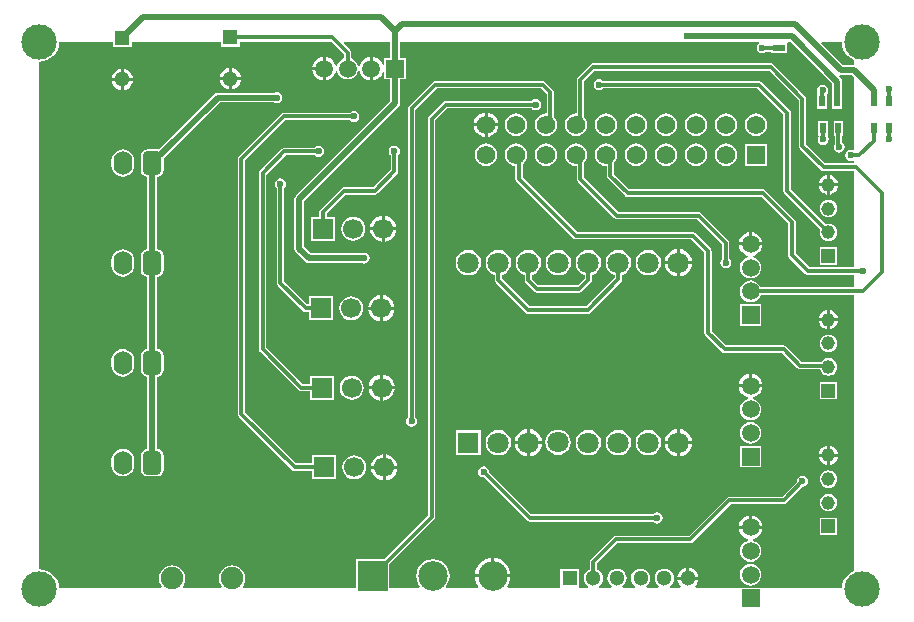
<source format=gbl>
G04*
G04 #@! TF.GenerationSoftware,Altium Limited,Altium Designer,20.1.8 (145)*
G04*
G04 Layer_Physical_Order=2*
G04 Layer_Color=16711680*
%FSLAX25Y25*%
%MOIN*%
G70*
G04*
G04 #@! TF.SameCoordinates,2B98FD46-9CAB-426A-9CBD-916E77886E0C*
G04*
G04*
G04 #@! TF.FilePolarity,Positive*
G04*
G01*
G75*
%ADD20R,0.01968X0.03740*%
%ADD43C,0.06181*%
%ADD44R,0.06181X0.06181*%
%ADD51C,0.05118*%
%ADD52R,0.05118X0.05118*%
%ADD53R,0.05118X0.05118*%
%ADD54C,0.01968*%
%ADD55C,0.01181*%
%ADD56C,0.07087*%
%ADD57R,0.07087X0.07087*%
%ADD58R,0.04528X0.04528*%
%ADD59C,0.04528*%
%ADD60C,0.11811*%
%ADD61C,0.05906*%
%ADD62R,0.05906X0.05906*%
%ADD63R,0.09843X0.09843*%
%ADD64C,0.09843*%
%ADD65R,0.06693X0.06693*%
%ADD66C,0.06693*%
G04:AMPARAMS|DCode=67|XSize=78.74mil|YSize=62.99mil|CornerRadius=15.75mil|HoleSize=0mil|Usage=FLASHONLY|Rotation=270.000|XOffset=0mil|YOffset=0mil|HoleType=Round|Shape=RoundedRectangle|*
%AMROUNDEDRECTD67*
21,1,0.07874,0.03150,0,0,270.0*
21,1,0.04724,0.06299,0,0,270.0*
1,1,0.03150,-0.01575,-0.02362*
1,1,0.03150,-0.01575,0.02362*
1,1,0.03150,0.01575,0.02362*
1,1,0.03150,0.01575,-0.02362*
%
%ADD67ROUNDEDRECTD67*%
%ADD68O,0.06299X0.07874*%
%ADD69R,0.05906X0.05906*%
%ADD70C,0.07480*%
%ADD71C,0.02362*%
%ADD72R,0.03937X0.01968*%
G36*
X277685Y181799D02*
Y175984D01*
X277716Y175825D01*
Y173484D01*
X280945D01*
Y175825D01*
X280977Y175984D01*
Y182480D01*
X280851Y183110D01*
X280494Y183644D01*
X279868Y184271D01*
X279965Y184468D01*
X280162Y184683D01*
X280709Y184575D01*
X284358D01*
X285039Y183893D01*
Y159837D01*
X284627Y159581D01*
X284539Y159585D01*
X283858Y159721D01*
X283152Y159580D01*
X282553Y159180D01*
X282152Y158581D01*
X282012Y157874D01*
X282152Y157167D01*
X282553Y156568D01*
X283152Y156168D01*
X283858Y156027D01*
X284539Y156163D01*
X284627Y156167D01*
X285039Y155911D01*
Y155181D01*
X275319D01*
X268961Y161539D01*
Y176772D01*
X268866Y177248D01*
X268597Y177652D01*
X257966Y188282D01*
X257563Y188551D01*
X257087Y188646D01*
X198031D01*
X197555Y188551D01*
X197152Y188282D01*
X192781Y183911D01*
X192512Y183508D01*
X192417Y183031D01*
Y171980D01*
X192283Y171863D01*
X191312Y171735D01*
X190407Y171360D01*
X189630Y170764D01*
X189034Y169986D01*
X188659Y169081D01*
X188531Y168110D01*
X188659Y167139D01*
X189034Y166234D01*
X189630Y165457D01*
X190407Y164860D01*
X191312Y164486D01*
X192283Y164358D01*
X193255Y164486D01*
X194160Y164860D01*
X194937Y165457D01*
X195533Y166234D01*
X195908Y167139D01*
X196036Y168110D01*
X195908Y169081D01*
X195533Y169986D01*
X194937Y170764D01*
X194906Y170788D01*
Y182516D01*
X198547Y186157D01*
X256571D01*
X266472Y176256D01*
Y161024D01*
X266567Y160547D01*
X266837Y160144D01*
X273923Y153057D01*
X274327Y152787D01*
X274803Y152693D01*
X284918D01*
X285039Y152571D01*
Y120536D01*
X270105D01*
X265418Y125223D01*
Y135827D01*
X265323Y136303D01*
X265053Y136707D01*
X255604Y146156D01*
X255201Y146425D01*
X254724Y146520D01*
X209964D01*
X204906Y151578D01*
Y155433D01*
X204937Y155457D01*
X205533Y156234D01*
X205908Y157139D01*
X206036Y158110D01*
X205908Y159081D01*
X205533Y159986D01*
X204937Y160764D01*
X204160Y161360D01*
X203255Y161735D01*
X202284Y161863D01*
X201312Y161735D01*
X200407Y161360D01*
X199630Y160764D01*
X199034Y159986D01*
X198659Y159081D01*
X198531Y158110D01*
X198659Y157139D01*
X199034Y156234D01*
X199630Y155457D01*
X200407Y154860D01*
X201312Y154485D01*
X202283Y154358D01*
X202417Y154241D01*
Y151063D01*
X202512Y150587D01*
X202782Y150183D01*
X208569Y144396D01*
X208973Y144126D01*
X209449Y144031D01*
X254209D01*
X262929Y135311D01*
Y124708D01*
X263024Y124231D01*
X263293Y123828D01*
X268710Y118411D01*
X269113Y118142D01*
X269589Y118047D01*
X285039D01*
Y113843D01*
X253756D01*
X253523Y114405D01*
X252949Y115154D01*
X252201Y115728D01*
X251329Y116089D01*
X250394Y116212D01*
X249458Y116089D01*
X248587Y115728D01*
X247838Y115154D01*
X247264Y114405D01*
X246903Y113534D01*
X246780Y112598D01*
X246903Y111663D01*
X247264Y110792D01*
X247838Y110043D01*
X248587Y109469D01*
X249458Y109108D01*
X250394Y108985D01*
X251329Y109108D01*
X252201Y109469D01*
X252949Y110043D01*
X253523Y110792D01*
X253756Y111354D01*
X285039D01*
Y19499D01*
X284889Y19453D01*
X283753Y18846D01*
X282758Y18030D01*
X281941Y17034D01*
X281334Y15899D01*
X280961Y14667D01*
X280873Y13780D01*
X253976D01*
Y13819D01*
X246811D01*
Y13780D01*
X232091D01*
X231921Y14280D01*
X232066Y14391D01*
X232636Y15134D01*
X232995Y16000D01*
X233051Y16429D01*
X229528D01*
X226004D01*
X226060Y16000D01*
X226419Y15134D01*
X226989Y14391D01*
X227134Y14280D01*
X226964Y13780D01*
X223609D01*
X223439Y14280D01*
X223928Y14655D01*
X224439Y15321D01*
X224760Y16097D01*
X224870Y16929D01*
X224760Y17762D01*
X224439Y18537D01*
X223928Y19204D01*
X223262Y19715D01*
X222486Y20036D01*
X221654Y20146D01*
X220821Y20036D01*
X220045Y19715D01*
X219379Y19204D01*
X218868Y18537D01*
X218547Y17762D01*
X218437Y16929D01*
X218547Y16097D01*
X218868Y15321D01*
X219379Y14655D01*
X219868Y14280D01*
X219698Y13780D01*
X215735D01*
X215565Y14280D01*
X216054Y14655D01*
X216565Y15321D01*
X216886Y16097D01*
X216996Y16929D01*
X216886Y17762D01*
X216565Y18537D01*
X216054Y19204D01*
X215388Y19715D01*
X214612Y20036D01*
X213779Y20146D01*
X212947Y20036D01*
X212171Y19715D01*
X211505Y19204D01*
X210994Y18537D01*
X210673Y17762D01*
X210563Y16929D01*
X210673Y16097D01*
X210994Y15321D01*
X211505Y14655D01*
X211994Y14280D01*
X211824Y13780D01*
X207861D01*
X207691Y14280D01*
X208180Y14655D01*
X208691Y15321D01*
X209012Y16097D01*
X209122Y16929D01*
X209012Y17762D01*
X208691Y18537D01*
X208180Y19204D01*
X207514Y19715D01*
X206738Y20036D01*
X205906Y20146D01*
X205073Y20036D01*
X204297Y19715D01*
X203631Y19204D01*
X203120Y18537D01*
X202799Y17762D01*
X202689Y16929D01*
X202799Y16097D01*
X203120Y15321D01*
X203631Y14655D01*
X204120Y14280D01*
X203950Y13780D01*
X199987D01*
X199817Y14280D01*
X200306Y14655D01*
X200817Y15321D01*
X201138Y16097D01*
X201248Y16929D01*
X201138Y17762D01*
X200817Y18537D01*
X200306Y19204D01*
X199640Y19715D01*
X199276Y19865D01*
Y21926D01*
X206027Y28677D01*
X230315D01*
X230791Y28772D01*
X231195Y29041D01*
X243823Y41669D01*
X261417D01*
X261894Y41764D01*
X262297Y42033D01*
X267644Y47381D01*
X267717Y47366D01*
X268423Y47507D01*
X269022Y47907D01*
X269423Y48506D01*
X269563Y49213D01*
X269423Y49919D01*
X269022Y50518D01*
X268423Y50919D01*
X267717Y51059D01*
X267010Y50919D01*
X266411Y50518D01*
X266011Y49919D01*
X265870Y49213D01*
X265884Y49140D01*
X260902Y44158D01*
X243307D01*
X242831Y44063D01*
X242427Y43793D01*
X229800Y31166D01*
X205512D01*
X205036Y31071D01*
X204632Y30801D01*
X197152Y23321D01*
X196882Y22917D01*
X196787Y22441D01*
Y19865D01*
X196423Y19715D01*
X195757Y19204D01*
X195246Y18537D01*
X194925Y17762D01*
X194815Y16929D01*
X194925Y16097D01*
X195246Y15321D01*
X195757Y14655D01*
X196246Y14280D01*
X196076Y13780D01*
X193347D01*
Y20118D01*
X186969D01*
Y13780D01*
X169502D01*
X169288Y14232D01*
X169435Y14411D01*
X169985Y15440D01*
X170324Y16556D01*
X170389Y17217D01*
X164488D01*
X158588D01*
X158653Y16556D01*
X158991Y15440D01*
X159541Y14411D01*
X159688Y14232D01*
X159475Y13780D01*
X149030D01*
X148808Y14228D01*
X149337Y14917D01*
X149897Y16267D01*
X150087Y17717D01*
X149897Y19166D01*
X149337Y20516D01*
X148447Y21676D01*
X147288Y22566D01*
X145937Y23125D01*
X144488Y23316D01*
X143039Y23125D01*
X141689Y22566D01*
X140529Y21676D01*
X139639Y20516D01*
X139080Y19166D01*
X138889Y17717D01*
X139080Y16267D01*
X139639Y14917D01*
X140168Y14228D01*
X139947Y13780D01*
X130039D01*
Y21508D01*
X144974Y36443D01*
X145244Y36847D01*
X145339Y37323D01*
Y169563D01*
X149334Y173559D01*
X177393D01*
X177435Y173497D01*
X178033Y173097D01*
X178740Y172957D01*
X179447Y173097D01*
X180046Y173497D01*
X180446Y174097D01*
X180587Y174803D01*
X180446Y175510D01*
X180046Y176109D01*
X179447Y176509D01*
X178740Y176650D01*
X178033Y176509D01*
X177435Y176109D01*
X177393Y176048D01*
X148819D01*
X148343Y175953D01*
X147939Y175683D01*
X143215Y170959D01*
X142945Y170555D01*
X142850Y170079D01*
Y37838D01*
X128279Y23268D01*
X118937D01*
Y13780D01*
X81291D01*
X81070Y14228D01*
X81400Y14658D01*
X81840Y15721D01*
X81990Y16862D01*
X81840Y18003D01*
X81400Y19066D01*
X80699Y19979D01*
X79787Y20679D01*
X78724Y21120D01*
X77583Y21270D01*
X76442Y21120D01*
X75379Y20679D01*
X74466Y19979D01*
X73765Y19066D01*
X73325Y18003D01*
X73175Y16862D01*
X73325Y15721D01*
X73765Y14658D01*
X74096Y14228D01*
X73874Y13780D01*
X61291D01*
X61070Y14228D01*
X61400Y14658D01*
X61840Y15721D01*
X61990Y16862D01*
X61840Y18003D01*
X61400Y19066D01*
X60699Y19979D01*
X59787Y20679D01*
X58723Y21120D01*
X57583Y21270D01*
X56442Y21120D01*
X55379Y20679D01*
X54466Y19979D01*
X53765Y19066D01*
X53325Y18003D01*
X53175Y16862D01*
X53325Y15721D01*
X53765Y14658D01*
X54096Y14228D01*
X53874Y13780D01*
X19914D01*
X19827Y14667D01*
X19453Y15899D01*
X18846Y17034D01*
X18029Y18030D01*
X17034Y18846D01*
X15899Y19453D01*
X14667Y19827D01*
X13386Y19953D01*
Y189102D01*
X14667Y189228D01*
X15899Y189602D01*
X17034Y190209D01*
X18029Y191026D01*
X18846Y192021D01*
X19453Y193156D01*
X19827Y194388D01*
X19953Y195669D01*
X37756D01*
Y193858D01*
X44134D01*
Y195669D01*
X73796D01*
Y194072D01*
X80174D01*
Y195669D01*
X110839D01*
X114897Y191611D01*
Y190173D01*
X114335Y189941D01*
X113586Y189366D01*
X113012Y188618D01*
X112651Y187746D01*
X112644Y187687D01*
X112139D01*
X112119Y187843D01*
X111720Y188804D01*
X111087Y189630D01*
X110261Y190264D01*
X109300Y190662D01*
X108768Y190732D01*
Y186811D01*
Y182890D01*
X109300Y182960D01*
X110261Y183358D01*
X111087Y183992D01*
X111720Y184818D01*
X112119Y185779D01*
X112139Y185935D01*
X112644D01*
X112651Y185876D01*
X113012Y185004D01*
X113586Y184256D01*
X114335Y183682D01*
X115207Y183321D01*
X116142Y183197D01*
X117077Y183321D01*
X117948Y183682D01*
X118697Y184256D01*
X119271Y185004D01*
X119632Y185876D01*
X119640Y185935D01*
X120144D01*
X120165Y185779D01*
X120563Y184818D01*
X121197Y183992D01*
X122022Y183358D01*
X122984Y182960D01*
X123516Y182890D01*
Y186811D01*
Y190732D01*
X122984Y190662D01*
X122022Y190264D01*
X121197Y189630D01*
X120563Y188804D01*
X120165Y187843D01*
X120144Y187687D01*
X119640D01*
X119632Y187746D01*
X119271Y188618D01*
X118697Y189366D01*
X117948Y189941D01*
X117386Y190173D01*
Y192126D01*
X117291Y192602D01*
X117022Y193006D01*
X114820Y195207D01*
X115012Y195669D01*
X130244D01*
Y190394D01*
X128307D01*
Y188086D01*
X127807Y187987D01*
X127469Y188804D01*
X126835Y189630D01*
X126009Y190264D01*
X125048Y190662D01*
X124516Y190732D01*
Y186811D01*
Y182890D01*
X125048Y182960D01*
X126009Y183358D01*
X126835Y183992D01*
X127469Y184818D01*
X127807Y185635D01*
X128307Y185536D01*
Y183228D01*
X130244D01*
Y175879D01*
X98836Y144471D01*
X98479Y143937D01*
X98354Y143307D01*
Y126772D01*
X98479Y126142D01*
X98836Y125608D01*
X101986Y122458D01*
X102520Y122101D01*
X103150Y121976D01*
X120857D01*
X120947Y121916D01*
X121653Y121775D01*
X122360Y121916D01*
X122959Y122316D01*
X123360Y122915D01*
X123500Y123622D01*
X123360Y124329D01*
X122959Y124928D01*
X122360Y125328D01*
X121653Y125469D01*
X120947Y125328D01*
X120857Y125268D01*
X103831D01*
X101646Y127453D01*
Y142625D01*
X133054Y174033D01*
X133410Y174567D01*
X133536Y175197D01*
Y183228D01*
X135472D01*
Y190394D01*
X133536D01*
Y195669D01*
X253117D01*
X253269Y195169D01*
X253025Y195007D01*
X252625Y194407D01*
X252484Y193701D01*
X252625Y192994D01*
X253025Y192395D01*
X253624Y191995D01*
X254331Y191854D01*
X255037Y191995D01*
X255636Y192395D01*
X255677Y192456D01*
X257244D01*
Y192087D01*
X262441D01*
Y195169D01*
X262441Y195315D01*
X262792Y195669D01*
X263814D01*
X277685Y181799D01*
D02*
G37*
G36*
X280961Y194388D02*
X281334Y193156D01*
X281941Y192021D01*
X282758Y191026D01*
X283753Y190209D01*
X284889Y189602D01*
X285039Y189556D01*
Y187866D01*
X281390D01*
X274049Y195207D01*
X274241Y195669D01*
X280835D01*
X280961Y194388D01*
D02*
G37*
%LPC*%
G36*
X107768Y190732D02*
X107236Y190662D01*
X106274Y190264D01*
X105449Y189630D01*
X104815Y188804D01*
X104417Y187843D01*
X104347Y187311D01*
X107768D01*
Y190732D01*
D02*
G37*
G36*
X77485Y187005D02*
Y183981D01*
X80509D01*
X80453Y184410D01*
X80094Y185276D01*
X79524Y186020D01*
X78780Y186590D01*
X77914Y186949D01*
X77485Y187005D01*
D02*
G37*
G36*
X76485D02*
X76056Y186949D01*
X75190Y186590D01*
X74447Y186020D01*
X73876Y185276D01*
X73518Y184410D01*
X73461Y183981D01*
X76485D01*
Y187005D01*
D02*
G37*
G36*
X41445Y186792D02*
Y183768D01*
X44469D01*
X44412Y184197D01*
X44054Y185063D01*
X43483Y185806D01*
X42740Y186377D01*
X41874Y186735D01*
X41445Y186792D01*
D02*
G37*
G36*
X40445D02*
X40016Y186735D01*
X39150Y186377D01*
X38407Y185806D01*
X37836Y185063D01*
X37477Y184197D01*
X37421Y183768D01*
X40445D01*
Y186792D01*
D02*
G37*
G36*
X107768Y186311D02*
X104347D01*
X104417Y185779D01*
X104815Y184818D01*
X105449Y183992D01*
X106274Y183358D01*
X107236Y182960D01*
X107768Y182890D01*
Y186311D01*
D02*
G37*
G36*
X76485Y182981D02*
X73461D01*
X73518Y182552D01*
X73876Y181686D01*
X74447Y180943D01*
X75190Y180373D01*
X76056Y180014D01*
X76485Y179957D01*
Y182981D01*
D02*
G37*
G36*
X80509D02*
X77485D01*
Y179957D01*
X77914Y180014D01*
X78780Y180373D01*
X79524Y180943D01*
X80094Y181686D01*
X80453Y182552D01*
X80509Y182981D01*
D02*
G37*
G36*
X44469Y182768D02*
X41445D01*
Y179744D01*
X41874Y179800D01*
X42740Y180159D01*
X43483Y180729D01*
X44054Y181473D01*
X44412Y182339D01*
X44469Y182768D01*
D02*
G37*
G36*
X40445D02*
X37421D01*
X37477Y182339D01*
X37836Y181473D01*
X38407Y180729D01*
X39150Y180159D01*
X40016Y179800D01*
X40445Y179744D01*
Y182768D01*
D02*
G37*
G36*
X92520Y179012D02*
X91813Y178871D01*
X91723Y178811D01*
X72835D01*
X72205Y178686D01*
X71671Y178329D01*
X53149Y159808D01*
X52559Y159925D01*
X49409D01*
X48549Y159754D01*
X47820Y159267D01*
X47333Y158537D01*
X47161Y157677D01*
Y152953D01*
X47333Y152093D01*
X47820Y151363D01*
X48549Y150876D01*
X49338Y150719D01*
Y126627D01*
X48549Y126470D01*
X47820Y125982D01*
X47333Y125253D01*
X47161Y124393D01*
Y119668D01*
X47333Y118808D01*
X47820Y118079D01*
X48549Y117592D01*
X49338Y117435D01*
Y93342D01*
X48549Y93185D01*
X47820Y92698D01*
X47333Y91969D01*
X47161Y91108D01*
Y86384D01*
X47333Y85524D01*
X47820Y84794D01*
X48549Y84307D01*
X49338Y84150D01*
Y60058D01*
X48549Y59901D01*
X47820Y59413D01*
X47333Y58684D01*
X47161Y57824D01*
Y53099D01*
X47333Y52239D01*
X47820Y51510D01*
X48549Y51023D01*
X49409Y50852D01*
X52559D01*
X53419Y51023D01*
X54149Y51510D01*
X54636Y52239D01*
X54807Y53099D01*
Y57824D01*
X54636Y58684D01*
X54149Y59413D01*
X53419Y59901D01*
X52630Y60058D01*
Y84150D01*
X53419Y84307D01*
X54149Y84794D01*
X54636Y85524D01*
X54807Y86384D01*
Y91108D01*
X54636Y91969D01*
X54149Y92698D01*
X53419Y93185D01*
X52630Y93342D01*
Y117435D01*
X53419Y117592D01*
X54149Y118079D01*
X54636Y118808D01*
X54807Y119668D01*
Y124393D01*
X54636Y125253D01*
X54149Y125982D01*
X53419Y126470D01*
X52630Y126627D01*
Y150719D01*
X53419Y150876D01*
X54149Y151363D01*
X54636Y152093D01*
X54807Y152953D01*
Y156837D01*
X54887Y156890D01*
X73516Y175520D01*
X91723D01*
X91813Y175459D01*
X92520Y175319D01*
X93226Y175459D01*
X93825Y175860D01*
X94226Y176459D01*
X94366Y177165D01*
X94226Y177872D01*
X93825Y178471D01*
X93226Y178871D01*
X92520Y179012D01*
D02*
G37*
G36*
X274410Y181374D02*
X273703Y181234D01*
X273104Y180833D01*
X272704Y180234D01*
X272563Y179528D01*
X272671Y178984D01*
X272598Y178484D01*
X272598D01*
X272598Y178484D01*
Y173484D01*
X275827D01*
Y178389D01*
X276115Y178821D01*
X276256Y179528D01*
X276115Y180234D01*
X275715Y180833D01*
X275116Y181234D01*
X274410Y181374D01*
D02*
G37*
G36*
X118110Y172713D02*
X117404Y172572D01*
X116805Y172172D01*
X116764Y172110D01*
X94882D01*
X94406Y172016D01*
X94002Y171746D01*
X79829Y157573D01*
X79559Y157169D01*
X79464Y156693D01*
Y71653D01*
X79559Y71177D01*
X79829Y70774D01*
X97545Y53057D01*
X97949Y52787D01*
X98425Y52693D01*
X104291D01*
Y49961D01*
X112244D01*
Y57913D01*
X104291D01*
Y55181D01*
X98941D01*
X81953Y72169D01*
Y156177D01*
X95397Y169622D01*
X116764D01*
X116805Y169561D01*
X117404Y169160D01*
X118110Y169020D01*
X118817Y169160D01*
X119416Y169561D01*
X119816Y170159D01*
X119957Y170866D01*
X119816Y171573D01*
X119416Y172172D01*
X118817Y172572D01*
X118110Y172713D01*
D02*
G37*
G36*
X162784Y172170D02*
Y168610D01*
X166343D01*
X166269Y169178D01*
X165857Y170173D01*
X165201Y171028D01*
X164346Y171683D01*
X163351Y172096D01*
X162784Y172170D01*
D02*
G37*
G36*
X161784D02*
X161216Y172096D01*
X160221Y171683D01*
X159366Y171028D01*
X158710Y170173D01*
X158298Y169178D01*
X158223Y168610D01*
X161784D01*
Y172170D01*
D02*
G37*
G36*
X276220Y169429D02*
X272992D01*
Y164429D01*
X272992D01*
X273110Y164209D01*
X272900Y163896D01*
X272760Y163189D01*
X272900Y162482D01*
X273301Y161883D01*
X273900Y161483D01*
X274606Y161343D01*
X275313Y161483D01*
X275912Y161883D01*
X276312Y162482D01*
X276453Y163189D01*
X276312Y163896D01*
X276103Y164209D01*
X276220Y164429D01*
X276220D01*
Y169429D01*
D02*
G37*
G36*
X252284Y171863D02*
X251312Y171735D01*
X250407Y171360D01*
X249630Y170764D01*
X249034Y169986D01*
X248659Y169081D01*
X248531Y168110D01*
X248659Y167139D01*
X249034Y166234D01*
X249630Y165457D01*
X250407Y164860D01*
X251312Y164486D01*
X252284Y164358D01*
X253255Y164486D01*
X254160Y164860D01*
X254937Y165457D01*
X255533Y166234D01*
X255908Y167139D01*
X256036Y168110D01*
X255908Y169081D01*
X255533Y169986D01*
X254937Y170764D01*
X254160Y171360D01*
X253255Y171735D01*
X252284Y171863D01*
D02*
G37*
G36*
X242284D02*
X241312Y171735D01*
X240407Y171360D01*
X239630Y170764D01*
X239034Y169986D01*
X238659Y169081D01*
X238531Y168110D01*
X238659Y167139D01*
X239034Y166234D01*
X239630Y165457D01*
X240407Y164860D01*
X241312Y164486D01*
X242284Y164358D01*
X243255Y164486D01*
X244160Y164860D01*
X244937Y165457D01*
X245533Y166234D01*
X245908Y167139D01*
X246036Y168110D01*
X245908Y169081D01*
X245533Y169986D01*
X244937Y170764D01*
X244160Y171360D01*
X243255Y171735D01*
X242284Y171863D01*
D02*
G37*
G36*
X232283D02*
X231312Y171735D01*
X230407Y171360D01*
X229630Y170764D01*
X229034Y169986D01*
X228659Y169081D01*
X228531Y168110D01*
X228659Y167139D01*
X229034Y166234D01*
X229630Y165457D01*
X230407Y164860D01*
X231312Y164486D01*
X232283Y164358D01*
X233255Y164486D01*
X234160Y164860D01*
X234937Y165457D01*
X235533Y166234D01*
X235908Y167139D01*
X236036Y168110D01*
X235908Y169081D01*
X235533Y169986D01*
X234937Y170764D01*
X234160Y171360D01*
X233255Y171735D01*
X232283Y171863D01*
D02*
G37*
G36*
X222284D02*
X221312Y171735D01*
X220407Y171360D01*
X219630Y170764D01*
X219034Y169986D01*
X218659Y169081D01*
X218531Y168110D01*
X218659Y167139D01*
X219034Y166234D01*
X219630Y165457D01*
X220407Y164860D01*
X221312Y164486D01*
X222284Y164358D01*
X223255Y164486D01*
X224160Y164860D01*
X224937Y165457D01*
X225533Y166234D01*
X225908Y167139D01*
X226036Y168110D01*
X225908Y169081D01*
X225533Y169986D01*
X224937Y170764D01*
X224160Y171360D01*
X223255Y171735D01*
X222284Y171863D01*
D02*
G37*
G36*
X212283D02*
X211312Y171735D01*
X210407Y171360D01*
X209630Y170764D01*
X209034Y169986D01*
X208659Y169081D01*
X208531Y168110D01*
X208659Y167139D01*
X209034Y166234D01*
X209630Y165457D01*
X210407Y164860D01*
X211312Y164486D01*
X212283Y164358D01*
X213255Y164486D01*
X214160Y164860D01*
X214937Y165457D01*
X215533Y166234D01*
X215908Y167139D01*
X216036Y168110D01*
X215908Y169081D01*
X215533Y169986D01*
X214937Y170764D01*
X214160Y171360D01*
X213255Y171735D01*
X212283Y171863D01*
D02*
G37*
G36*
X202284D02*
X201312Y171735D01*
X200407Y171360D01*
X199630Y170764D01*
X199034Y169986D01*
X198659Y169081D01*
X198531Y168110D01*
X198659Y167139D01*
X199034Y166234D01*
X199630Y165457D01*
X200407Y164860D01*
X201312Y164486D01*
X202284Y164358D01*
X203255Y164486D01*
X204160Y164860D01*
X204937Y165457D01*
X205533Y166234D01*
X205908Y167139D01*
X206036Y168110D01*
X205908Y169081D01*
X205533Y169986D01*
X204937Y170764D01*
X204160Y171360D01*
X203255Y171735D01*
X202284Y171863D01*
D02*
G37*
G36*
X181102Y182740D02*
X145276D01*
X144799Y182646D01*
X144396Y182376D01*
X136522Y174502D01*
X136252Y174098D01*
X136157Y173622D01*
Y70638D01*
X136096Y70597D01*
X135696Y69998D01*
X135555Y69291D01*
X135696Y68585D01*
X136096Y67986D01*
X136695Y67585D01*
X137402Y67445D01*
X138108Y67585D01*
X138707Y67986D01*
X139108Y68585D01*
X139248Y69291D01*
X139108Y69998D01*
X138707Y70597D01*
X138646Y70638D01*
Y173107D01*
X145791Y180252D01*
X180587D01*
X182417Y178422D01*
Y171980D01*
X182283Y171863D01*
X181312Y171735D01*
X180407Y171360D01*
X179630Y170764D01*
X179034Y169986D01*
X178659Y169081D01*
X178531Y168110D01*
X178659Y167139D01*
X179034Y166234D01*
X179630Y165457D01*
X180407Y164860D01*
X181312Y164486D01*
X182283Y164358D01*
X183255Y164486D01*
X184160Y164860D01*
X184937Y165457D01*
X185533Y166234D01*
X185908Y167139D01*
X186036Y168110D01*
X185908Y169081D01*
X185533Y169986D01*
X184937Y170764D01*
X184906Y170788D01*
Y178937D01*
X184811Y179413D01*
X184541Y179817D01*
X181982Y182376D01*
X181579Y182646D01*
X181102Y182740D01*
D02*
G37*
G36*
X172283Y171863D02*
X171312Y171735D01*
X170407Y171360D01*
X169630Y170764D01*
X169034Y169986D01*
X168659Y169081D01*
X168531Y168110D01*
X168659Y167139D01*
X169034Y166234D01*
X169630Y165457D01*
X170407Y164860D01*
X171312Y164486D01*
X172283Y164358D01*
X173255Y164486D01*
X174160Y164860D01*
X174937Y165457D01*
X175533Y166234D01*
X175908Y167139D01*
X176036Y168110D01*
X175908Y169081D01*
X175533Y169986D01*
X174937Y170764D01*
X174160Y171360D01*
X173255Y171735D01*
X172283Y171863D01*
D02*
G37*
G36*
X166343Y167610D02*
X162784D01*
Y164050D01*
X163351Y164125D01*
X164346Y164537D01*
X165201Y165193D01*
X165857Y166047D01*
X166269Y167042D01*
X166343Y167610D01*
D02*
G37*
G36*
X161784D02*
X158223D01*
X158298Y167042D01*
X158710Y166047D01*
X159366Y165193D01*
X160221Y164537D01*
X161216Y164125D01*
X161784Y164050D01*
Y167610D01*
D02*
G37*
G36*
X281339Y169429D02*
X278110D01*
Y164429D01*
X278480D01*
Y161733D01*
X278215Y161337D01*
X278075Y160630D01*
X278215Y159923D01*
X278616Y159324D01*
X279215Y158924D01*
X279921Y158783D01*
X280628Y158924D01*
X281227Y159324D01*
X281627Y159923D01*
X281768Y160630D01*
X281627Y161337D01*
X281227Y161936D01*
X280969Y162108D01*
Y164429D01*
X281339D01*
Y169429D01*
D02*
G37*
G36*
X106410Y161056D02*
X105703Y160915D01*
X105104Y160515D01*
X105063Y160453D01*
X95036D01*
X94560Y160359D01*
X94156Y160089D01*
X86915Y152848D01*
X86646Y152445D01*
X86551Y151969D01*
Y93307D01*
X86646Y92831D01*
X86915Y92427D01*
X99776Y79566D01*
X100180Y79296D01*
X100656Y79202D01*
X103504D01*
Y76470D01*
X111457D01*
Y84423D01*
X103504D01*
Y81691D01*
X101172D01*
X89040Y93822D01*
Y151453D01*
X95551Y157965D01*
X105063D01*
X105104Y157904D01*
X105703Y157503D01*
X106410Y157363D01*
X107116Y157503D01*
X107715Y157904D01*
X108115Y158502D01*
X108256Y159209D01*
X108115Y159916D01*
X107715Y160515D01*
X107116Y160915D01*
X106410Y161056D01*
D02*
G37*
G36*
X256004Y161831D02*
X248563D01*
Y154390D01*
X256004D01*
Y161831D01*
D02*
G37*
G36*
X242284Y161863D02*
X241312Y161735D01*
X240407Y161360D01*
X239630Y160764D01*
X239034Y159986D01*
X238659Y159081D01*
X238531Y158110D01*
X238659Y157139D01*
X239034Y156234D01*
X239630Y155457D01*
X240407Y154860D01*
X241312Y154485D01*
X242284Y154358D01*
X243255Y154485D01*
X244160Y154860D01*
X244937Y155457D01*
X245533Y156234D01*
X245908Y157139D01*
X246036Y158110D01*
X245908Y159081D01*
X245533Y159986D01*
X244937Y160764D01*
X244160Y161360D01*
X243255Y161735D01*
X242284Y161863D01*
D02*
G37*
G36*
X232283D02*
X231312Y161735D01*
X230407Y161360D01*
X229630Y160764D01*
X229034Y159986D01*
X228659Y159081D01*
X228531Y158110D01*
X228659Y157139D01*
X229034Y156234D01*
X229630Y155457D01*
X230407Y154860D01*
X231312Y154485D01*
X232283Y154358D01*
X233255Y154485D01*
X234160Y154860D01*
X234937Y155457D01*
X235533Y156234D01*
X235908Y157139D01*
X236036Y158110D01*
X235908Y159081D01*
X235533Y159986D01*
X234937Y160764D01*
X234160Y161360D01*
X233255Y161735D01*
X232283Y161863D01*
D02*
G37*
G36*
X222284D02*
X221312Y161735D01*
X220407Y161360D01*
X219630Y160764D01*
X219034Y159986D01*
X218659Y159081D01*
X218531Y158110D01*
X218659Y157139D01*
X219034Y156234D01*
X219630Y155457D01*
X220407Y154860D01*
X221312Y154485D01*
X222284Y154358D01*
X223255Y154485D01*
X224160Y154860D01*
X224937Y155457D01*
X225533Y156234D01*
X225908Y157139D01*
X226036Y158110D01*
X225908Y159081D01*
X225533Y159986D01*
X224937Y160764D01*
X224160Y161360D01*
X223255Y161735D01*
X222284Y161863D01*
D02*
G37*
G36*
X212283D02*
X211312Y161735D01*
X210407Y161360D01*
X209630Y160764D01*
X209034Y159986D01*
X208659Y159081D01*
X208531Y158110D01*
X208659Y157139D01*
X209034Y156234D01*
X209630Y155457D01*
X210407Y154860D01*
X211312Y154485D01*
X212283Y154358D01*
X213255Y154485D01*
X214160Y154860D01*
X214937Y155457D01*
X215533Y156234D01*
X215908Y157139D01*
X216036Y158110D01*
X215908Y159081D01*
X215533Y159986D01*
X214937Y160764D01*
X214160Y161360D01*
X213255Y161735D01*
X212283Y161863D01*
D02*
G37*
G36*
X182283D02*
X181312Y161735D01*
X180407Y161360D01*
X179630Y160764D01*
X179034Y159986D01*
X178659Y159081D01*
X178531Y158110D01*
X178659Y157139D01*
X179034Y156234D01*
X179630Y155457D01*
X180407Y154860D01*
X181312Y154485D01*
X182283Y154358D01*
X183255Y154485D01*
X184160Y154860D01*
X184937Y155457D01*
X185533Y156234D01*
X185908Y157139D01*
X186036Y158110D01*
X185908Y159081D01*
X185533Y159986D01*
X184937Y160764D01*
X184160Y161360D01*
X183255Y161735D01*
X182283Y161863D01*
D02*
G37*
G36*
X162284D02*
X161312Y161735D01*
X160407Y161360D01*
X159630Y160764D01*
X159034Y159986D01*
X158659Y159081D01*
X158531Y158110D01*
X158659Y157139D01*
X159034Y156234D01*
X159630Y155457D01*
X160407Y154860D01*
X161312Y154485D01*
X162284Y154358D01*
X163255Y154485D01*
X164160Y154860D01*
X164937Y155457D01*
X165533Y156234D01*
X165908Y157139D01*
X166036Y158110D01*
X165908Y159081D01*
X165533Y159986D01*
X164937Y160764D01*
X164160Y161360D01*
X163255Y161735D01*
X162284Y161863D01*
D02*
G37*
G36*
X41142Y159915D02*
X40155Y159785D01*
X39236Y159404D01*
X38446Y158798D01*
X37840Y158009D01*
X37459Y157089D01*
X37330Y156102D01*
Y154528D01*
X37459Y153541D01*
X37840Y152621D01*
X38446Y151832D01*
X39236Y151226D01*
X40155Y150845D01*
X41142Y150715D01*
X42128Y150845D01*
X43048Y151226D01*
X43837Y151832D01*
X44443Y152621D01*
X44824Y153541D01*
X44954Y154528D01*
Y156102D01*
X44824Y157089D01*
X44443Y158009D01*
X43837Y158798D01*
X43048Y159404D01*
X42128Y159785D01*
X41142Y159915D01*
D02*
G37*
G36*
X276878Y151258D02*
Y148531D01*
X279604D01*
X279558Y148883D01*
X279229Y149678D01*
X278706Y150359D01*
X278024Y150882D01*
X277230Y151211D01*
X276878Y151258D01*
D02*
G37*
G36*
X275878Y151258D02*
X275526Y151211D01*
X274732Y150882D01*
X274050Y150359D01*
X273527Y149678D01*
X273198Y148883D01*
X273152Y148531D01*
X275878D01*
Y151258D01*
D02*
G37*
G36*
X279604Y147531D02*
X276878D01*
Y144805D01*
X277230Y144852D01*
X278024Y145181D01*
X278706Y145704D01*
X279229Y146386D01*
X279558Y147179D01*
X279604Y147531D01*
D02*
G37*
G36*
X275878D02*
X273152D01*
X273198Y147179D01*
X273527Y146386D01*
X274050Y145704D01*
X274732Y145181D01*
X275526Y144852D01*
X275878Y144805D01*
Y147531D01*
D02*
G37*
G36*
X276378Y143049D02*
X275623Y142949D01*
X274919Y142658D01*
X274314Y142194D01*
X273850Y141589D01*
X273559Y140885D01*
X273459Y140130D01*
X273559Y139374D01*
X273850Y138671D01*
X274314Y138066D01*
X274919Y137602D01*
X275623Y137311D01*
X276378Y137211D01*
X277133Y137311D01*
X277837Y137602D01*
X278442Y138066D01*
X278906Y138671D01*
X279197Y139374D01*
X279297Y140130D01*
X279197Y140885D01*
X278906Y141589D01*
X278442Y142194D01*
X277837Y142658D01*
X277133Y142949D01*
X276378Y143049D01*
D02*
G37*
G36*
X128453Y137783D02*
Y133965D01*
X132271D01*
X132187Y134599D01*
X131749Y135656D01*
X131053Y136565D01*
X130145Y137261D01*
X129087Y137699D01*
X128453Y137783D01*
D02*
G37*
G36*
X127453D02*
X126818Y137699D01*
X125761Y137261D01*
X124853Y136565D01*
X124156Y135656D01*
X123718Y134599D01*
X123635Y133965D01*
X127453D01*
Y137783D01*
D02*
G37*
G36*
X131693Y161056D02*
X130986Y160915D01*
X130387Y160515D01*
X129987Y159916D01*
X129846Y159209D01*
X129987Y158502D01*
X130387Y157904D01*
X130448Y157862D01*
Y153075D01*
X124681Y147307D01*
X114961D01*
X114484Y147213D01*
X114081Y146943D01*
X107073Y139935D01*
X106803Y139531D01*
X106708Y139055D01*
Y137441D01*
X103976D01*
Y129488D01*
X111929D01*
Y137441D01*
X109197D01*
Y138540D01*
X115476Y144819D01*
X125197D01*
X125673Y144913D01*
X126077Y145183D01*
X132573Y151679D01*
X132843Y152083D01*
X132937Y152559D01*
Y157862D01*
X132999Y157904D01*
X133399Y158502D01*
X133539Y159209D01*
X133399Y159916D01*
X132999Y160515D01*
X132399Y160915D01*
X131693Y161056D01*
D02*
G37*
G36*
X117953Y137475D02*
X116915Y137339D01*
X115947Y136938D01*
X115117Y136301D01*
X114479Y135470D01*
X114079Y134503D01*
X113942Y133465D01*
X114079Y132427D01*
X114479Y131459D01*
X115117Y130629D01*
X115947Y129991D01*
X116915Y129590D01*
X117953Y129454D01*
X118991Y129590D01*
X119958Y129991D01*
X120789Y130629D01*
X121426Y131459D01*
X121827Y132427D01*
X121963Y133465D01*
X121827Y134503D01*
X121426Y135470D01*
X120789Y136301D01*
X119958Y136938D01*
X118991Y137339D01*
X117953Y137475D01*
D02*
G37*
G36*
X200000Y183343D02*
X199293Y183202D01*
X198694Y182802D01*
X198294Y182203D01*
X198153Y181496D01*
X198294Y180789D01*
X198694Y180190D01*
X199293Y179790D01*
X200000Y179650D01*
X200707Y179790D01*
X201306Y180190D01*
X201347Y180252D01*
X252634D01*
X261354Y171532D01*
Y146012D01*
X261449Y145536D01*
X261719Y145132D01*
X273648Y133203D01*
X273559Y132988D01*
X273459Y132232D01*
X273559Y131477D01*
X273850Y130773D01*
X274314Y130168D01*
X274919Y129705D01*
X275623Y129413D01*
X276378Y129314D01*
X277133Y129413D01*
X277837Y129705D01*
X278442Y130168D01*
X278906Y130773D01*
X279197Y131477D01*
X279297Y132232D01*
X279197Y132988D01*
X278906Y133692D01*
X278442Y134296D01*
X277837Y134760D01*
X277133Y135052D01*
X276378Y135151D01*
X275623Y135052D01*
X275408Y134962D01*
X263843Y146527D01*
Y172047D01*
X263748Y172523D01*
X263478Y172927D01*
X254029Y182376D01*
X253626Y182646D01*
X253150Y182740D01*
X201347D01*
X201306Y182802D01*
X200707Y183202D01*
X200000Y183343D01*
D02*
G37*
G36*
X132271Y132965D02*
X128453D01*
Y129146D01*
X129087Y129230D01*
X130145Y129668D01*
X131053Y130365D01*
X131749Y131273D01*
X132187Y132330D01*
X132271Y132965D01*
D02*
G37*
G36*
X127453D02*
X123635D01*
X123718Y132330D01*
X124156Y131273D01*
X124853Y130365D01*
X125761Y129668D01*
X126818Y129230D01*
X127453Y129146D01*
Y132965D01*
D02*
G37*
G36*
X250894Y132267D02*
Y128846D01*
X254315D01*
X254245Y129378D01*
X253846Y130340D01*
X253213Y131166D01*
X252387Y131799D01*
X251426Y132197D01*
X250894Y132267D01*
D02*
G37*
G36*
X249894Y132267D02*
X249362Y132197D01*
X248400Y131799D01*
X247575Y131166D01*
X246941Y130340D01*
X246543Y129378D01*
X246473Y128846D01*
X249894D01*
Y132267D01*
D02*
G37*
G36*
X226839Y126643D02*
Y122626D01*
X230855D01*
X230765Y123312D01*
X230307Y124417D01*
X229579Y125366D01*
X228630Y126094D01*
X227525Y126552D01*
X226839Y126643D01*
D02*
G37*
G36*
X225839D02*
X225152Y126552D01*
X224047Y126094D01*
X223098Y125366D01*
X222370Y124417D01*
X221912Y123312D01*
X221822Y122626D01*
X225839D01*
Y126643D01*
D02*
G37*
G36*
X279272Y127224D02*
X273484D01*
Y121437D01*
X279272D01*
Y127224D01*
D02*
G37*
G36*
X192283Y161863D02*
X191312Y161735D01*
X190407Y161360D01*
X189630Y160764D01*
X189034Y159986D01*
X188659Y159081D01*
X188531Y158110D01*
X188659Y157139D01*
X189034Y156234D01*
X189630Y155457D01*
X190407Y154860D01*
X191312Y154485D01*
X192283Y154358D01*
X192417Y154241D01*
Y150039D01*
X192512Y149563D01*
X192781Y149160D01*
X205026Y136915D01*
X205429Y136646D01*
X205906Y136551D01*
X232555D01*
X240882Y128225D01*
Y123394D01*
X240820Y123353D01*
X240420Y122754D01*
X240280Y122047D01*
X240420Y121341D01*
X240820Y120742D01*
X241419Y120341D01*
X242126Y120201D01*
X242833Y120341D01*
X243432Y120742D01*
X243832Y121341D01*
X243972Y122047D01*
X243832Y122754D01*
X243432Y123353D01*
X243370Y123394D01*
Y128740D01*
X243276Y129216D01*
X243006Y129620D01*
X233951Y138675D01*
X233547Y138945D01*
X233071Y139040D01*
X206421D01*
X194906Y150555D01*
Y155433D01*
X194937Y155457D01*
X195533Y156234D01*
X195908Y157139D01*
X196036Y158110D01*
X195908Y159081D01*
X195533Y159986D01*
X194937Y160764D01*
X194160Y161360D01*
X193255Y161735D01*
X192283Y161863D01*
D02*
G37*
G36*
X216339Y126335D02*
X215249Y126192D01*
X214234Y125771D01*
X213362Y125102D01*
X212693Y124231D01*
X212273Y123215D01*
X212129Y122126D01*
X212273Y121037D01*
X212693Y120021D01*
X213362Y119150D01*
X214234Y118481D01*
X215249Y118060D01*
X216339Y117917D01*
X217428Y118060D01*
X218443Y118481D01*
X219315Y119150D01*
X219984Y120021D01*
X220404Y121037D01*
X220548Y122126D01*
X220404Y123215D01*
X219984Y124231D01*
X219315Y125102D01*
X218443Y125771D01*
X217428Y126192D01*
X216339Y126335D01*
D02*
G37*
G36*
X186339D02*
X185249Y126192D01*
X184234Y125771D01*
X183362Y125102D01*
X182693Y124231D01*
X182273Y123215D01*
X182129Y122126D01*
X182273Y121037D01*
X182693Y120021D01*
X183362Y119150D01*
X184234Y118481D01*
X185249Y118060D01*
X186339Y117917D01*
X187428Y118060D01*
X188443Y118481D01*
X189315Y119150D01*
X189984Y120021D01*
X190404Y121037D01*
X190548Y122126D01*
X190404Y123215D01*
X189984Y124231D01*
X189315Y125102D01*
X188443Y125771D01*
X187428Y126192D01*
X186339Y126335D01*
D02*
G37*
G36*
X156339D02*
X155249Y126192D01*
X154234Y125771D01*
X153362Y125102D01*
X152693Y124231D01*
X152273Y123215D01*
X152129Y122126D01*
X152273Y121037D01*
X152693Y120021D01*
X153362Y119150D01*
X154234Y118481D01*
X155249Y118060D01*
X156339Y117917D01*
X157428Y118060D01*
X158443Y118481D01*
X159315Y119150D01*
X159984Y120021D01*
X160404Y121037D01*
X160548Y122126D01*
X160404Y123215D01*
X159984Y124231D01*
X159315Y125102D01*
X158443Y125771D01*
X157428Y126192D01*
X156339Y126335D01*
D02*
G37*
G36*
X230855Y121626D02*
X226839D01*
Y117609D01*
X227525Y117700D01*
X228630Y118157D01*
X229579Y118886D01*
X230307Y119835D01*
X230765Y120940D01*
X230855Y121626D01*
D02*
G37*
G36*
X225839D02*
X221822D01*
X221912Y120940D01*
X222370Y119835D01*
X223098Y118886D01*
X224047Y118157D01*
X225152Y117700D01*
X225839Y117609D01*
Y121626D01*
D02*
G37*
G36*
X41142Y126630D02*
X40155Y126500D01*
X39236Y126119D01*
X38446Y125514D01*
X37840Y124724D01*
X37459Y123805D01*
X37330Y122818D01*
Y121243D01*
X37459Y120256D01*
X37840Y119337D01*
X38446Y118547D01*
X39236Y117942D01*
X40155Y117561D01*
X41142Y117431D01*
X42128Y117561D01*
X43048Y117942D01*
X43837Y118547D01*
X44443Y119337D01*
X44824Y120256D01*
X44954Y121243D01*
Y122818D01*
X44824Y123805D01*
X44443Y124724D01*
X43837Y125514D01*
X43048Y126119D01*
X42128Y126500D01*
X41142Y126630D01*
D02*
G37*
G36*
X254315Y127846D02*
X250394D01*
X246473D01*
X246543Y127315D01*
X246941Y126353D01*
X247575Y125527D01*
X248400Y124894D01*
X249362Y124495D01*
X249517Y124475D01*
Y123971D01*
X249458Y123963D01*
X248587Y123602D01*
X247838Y123028D01*
X247264Y122279D01*
X246903Y121408D01*
X246780Y120472D01*
X246903Y119537D01*
X247264Y118666D01*
X247838Y117917D01*
X248587Y117343D01*
X249458Y116982D01*
X250394Y116859D01*
X251329Y116982D01*
X252201Y117343D01*
X252949Y117917D01*
X253523Y118666D01*
X253884Y119537D01*
X254007Y120472D01*
X253884Y121408D01*
X253523Y122279D01*
X252949Y123028D01*
X252201Y123602D01*
X251329Y123963D01*
X251270Y123971D01*
Y124475D01*
X251426Y124495D01*
X252387Y124894D01*
X253213Y125527D01*
X253846Y126353D01*
X254245Y127315D01*
X254315Y127846D01*
D02*
G37*
G36*
X196339Y126335D02*
X195249Y126192D01*
X194234Y125771D01*
X193362Y125102D01*
X192693Y124231D01*
X192273Y123215D01*
X192129Y122126D01*
X192273Y121037D01*
X192693Y120021D01*
X193362Y119150D01*
X194234Y118481D01*
X195094Y118124D01*
Y116933D01*
X192792Y114630D01*
X179649D01*
X177583Y116697D01*
Y118124D01*
X178443Y118481D01*
X179315Y119150D01*
X179984Y120021D01*
X180404Y121037D01*
X180548Y122126D01*
X180404Y123215D01*
X179984Y124231D01*
X179315Y125102D01*
X178443Y125771D01*
X177428Y126192D01*
X176339Y126335D01*
X175249Y126192D01*
X174234Y125771D01*
X173362Y125102D01*
X172693Y124231D01*
X172273Y123215D01*
X172129Y122126D01*
X172273Y121037D01*
X172693Y120021D01*
X173362Y119150D01*
X174234Y118481D01*
X175094Y118124D01*
Y116181D01*
X175189Y115705D01*
X175459Y115301D01*
X178254Y112506D01*
X178658Y112236D01*
X179134Y112142D01*
X193307D01*
X193783Y112236D01*
X194187Y112506D01*
X197219Y115537D01*
X197488Y115941D01*
X197583Y116417D01*
Y118124D01*
X198443Y118481D01*
X199315Y119150D01*
X199984Y120021D01*
X200404Y121037D01*
X200548Y122126D01*
X200404Y123215D01*
X199984Y124231D01*
X199315Y125102D01*
X198443Y125771D01*
X197428Y126192D01*
X196339Y126335D01*
D02*
G37*
G36*
X206339D02*
X205249Y126192D01*
X204234Y125771D01*
X203362Y125102D01*
X202693Y124231D01*
X202273Y123215D01*
X202129Y122126D01*
X202273Y121037D01*
X202693Y120021D01*
X203362Y119150D01*
X204234Y118481D01*
X205094Y118124D01*
Y117090D01*
X195548Y107544D01*
X176893D01*
X167583Y116854D01*
Y118124D01*
X168443Y118481D01*
X169315Y119150D01*
X169984Y120021D01*
X170404Y121037D01*
X170548Y122126D01*
X170404Y123215D01*
X169984Y124231D01*
X169315Y125102D01*
X168443Y125771D01*
X167428Y126192D01*
X166339Y126335D01*
X165249Y126192D01*
X164234Y125771D01*
X163362Y125102D01*
X162693Y124231D01*
X162273Y123215D01*
X162129Y122126D01*
X162273Y121037D01*
X162693Y120021D01*
X163362Y119150D01*
X164234Y118481D01*
X165094Y118124D01*
Y116339D01*
X165189Y115862D01*
X165459Y115459D01*
X175498Y105419D01*
X175902Y105149D01*
X176378Y105055D01*
X196063D01*
X196539Y105149D01*
X196943Y105419D01*
X207219Y115695D01*
X207488Y116099D01*
X207583Y116575D01*
Y118124D01*
X208443Y118481D01*
X209315Y119150D01*
X209984Y120021D01*
X210404Y121037D01*
X210548Y122126D01*
X210404Y123215D01*
X209984Y124231D01*
X209315Y125102D01*
X208443Y125771D01*
X207428Y126192D01*
X206339Y126335D01*
D02*
G37*
G36*
X127823Y111274D02*
Y107455D01*
X131641D01*
X131557Y108090D01*
X131120Y109147D01*
X130423Y110055D01*
X129515Y110752D01*
X128457Y111190D01*
X127823Y111274D01*
D02*
G37*
G36*
X126823D02*
X126188Y111190D01*
X125131Y110752D01*
X124223Y110055D01*
X123526Y109147D01*
X123088Y108090D01*
X123005Y107455D01*
X126823D01*
Y111274D01*
D02*
G37*
G36*
X276878Y106379D02*
Y103653D01*
X279604D01*
X279558Y104005D01*
X279229Y104798D01*
X278706Y105480D01*
X278024Y106003D01*
X277230Y106332D01*
X276878Y106379D01*
D02*
G37*
G36*
X275878Y106379D02*
X275526Y106332D01*
X274732Y106003D01*
X274050Y105480D01*
X273527Y104798D01*
X273198Y104005D01*
X273152Y103653D01*
X275878D01*
Y106379D01*
D02*
G37*
G36*
X93701Y150272D02*
X92994Y150131D01*
X92395Y149731D01*
X91995Y149132D01*
X91854Y148425D01*
X91995Y147719D01*
X92395Y147119D01*
X92456Y147079D01*
Y115354D01*
X92551Y114878D01*
X92821Y114474D01*
X101220Y106076D01*
X101624Y105806D01*
X102100Y105711D01*
X103347D01*
Y102979D01*
X111299D01*
Y110932D01*
X103347D01*
Y108200D01*
X102615D01*
X94945Y115870D01*
Y147079D01*
X95007Y147119D01*
X95407Y147719D01*
X95547Y148425D01*
X95407Y149132D01*
X95007Y149731D01*
X94407Y150131D01*
X93701Y150272D01*
D02*
G37*
G36*
X117323Y110966D02*
X116285Y110829D01*
X115317Y110429D01*
X114487Y109791D01*
X113849Y108961D01*
X113449Y107993D01*
X113312Y106955D01*
X113449Y105917D01*
X113849Y104950D01*
X114487Y104119D01*
X115317Y103482D01*
X116285Y103081D01*
X117323Y102945D01*
X118361Y103081D01*
X119328Y103482D01*
X120159Y104119D01*
X120796Y104950D01*
X121197Y105917D01*
X121334Y106955D01*
X121197Y107993D01*
X120796Y108961D01*
X120159Y109791D01*
X119328Y110429D01*
X118361Y110829D01*
X117323Y110966D01*
D02*
G37*
G36*
X126823Y106455D02*
X123005D01*
X123088Y105821D01*
X123526Y104763D01*
X124223Y103855D01*
X125131Y103159D01*
X126188Y102721D01*
X126823Y102637D01*
Y106455D01*
D02*
G37*
G36*
X131641D02*
X127823D01*
Y102637D01*
X128457Y102721D01*
X129515Y103159D01*
X130423Y103855D01*
X131120Y104763D01*
X131557Y105821D01*
X131641Y106455D01*
D02*
G37*
G36*
X253976Y108307D02*
X246811D01*
Y101142D01*
X253976D01*
Y108307D01*
D02*
G37*
G36*
X279604Y102653D02*
X276878D01*
Y99926D01*
X277230Y99973D01*
X278024Y100302D01*
X278706Y100825D01*
X279229Y101507D01*
X279558Y102301D01*
X279604Y102653D01*
D02*
G37*
G36*
X275878D02*
X273152D01*
X273198Y102301D01*
X273527Y101507D01*
X274050Y100825D01*
X274732Y100302D01*
X275526Y99973D01*
X275878Y99926D01*
Y102653D01*
D02*
G37*
G36*
X276378Y98170D02*
X275623Y98070D01*
X274919Y97779D01*
X274314Y97315D01*
X273850Y96710D01*
X273559Y96006D01*
X273459Y95251D01*
X273559Y94496D01*
X273850Y93792D01*
X274314Y93187D01*
X274919Y92723D01*
X275623Y92432D01*
X276378Y92332D01*
X277133Y92432D01*
X277837Y92723D01*
X278442Y93187D01*
X278906Y93792D01*
X279197Y94496D01*
X279297Y95251D01*
X279197Y96006D01*
X278906Y96710D01*
X278442Y97315D01*
X277837Y97779D01*
X277133Y98070D01*
X276378Y98170D01*
D02*
G37*
G36*
X172283Y161863D02*
X171312Y161735D01*
X170407Y161360D01*
X169630Y160764D01*
X169034Y159986D01*
X168659Y159081D01*
X168531Y158110D01*
X168659Y157139D01*
X169034Y156234D01*
X169630Y155457D01*
X170407Y154860D01*
X171312Y154485D01*
X171984Y154397D01*
Y150000D01*
X172079Y149524D01*
X172348Y149120D01*
X191246Y130222D01*
X191650Y129953D01*
X192126Y129858D01*
X230587D01*
X234976Y125469D01*
Y98819D01*
X235071Y98343D01*
X235341Y97939D01*
X240852Y92427D01*
X241256Y92157D01*
X241732Y92063D01*
X260902D01*
X266049Y86915D01*
X266453Y86646D01*
X266929Y86551D01*
X273578D01*
X273850Y85894D01*
X274314Y85290D01*
X274919Y84826D01*
X275623Y84534D01*
X276378Y84435D01*
X277133Y84534D01*
X277837Y84826D01*
X278442Y85290D01*
X278906Y85894D01*
X279197Y86598D01*
X279297Y87353D01*
X279197Y88109D01*
X278906Y88813D01*
X278442Y89417D01*
X277837Y89881D01*
X277133Y90173D01*
X276378Y90272D01*
X275623Y90173D01*
X274919Y89881D01*
X274314Y89417D01*
X274025Y89040D01*
X267445D01*
X262297Y94187D01*
X261894Y94457D01*
X261417Y94551D01*
X242248D01*
X237465Y99334D01*
Y125984D01*
X237370Y126461D01*
X237100Y126864D01*
X231982Y131982D01*
X231579Y132252D01*
X231102Y132347D01*
X192641D01*
X174473Y150515D01*
Y155101D01*
X174937Y155457D01*
X175533Y156234D01*
X175908Y157139D01*
X176036Y158110D01*
X175908Y159081D01*
X175533Y159986D01*
X174937Y160764D01*
X174160Y161360D01*
X173255Y161735D01*
X172283Y161863D01*
D02*
G37*
G36*
X41142Y93346D02*
X40155Y93216D01*
X39236Y92835D01*
X38446Y92229D01*
X37840Y91439D01*
X37459Y90520D01*
X37330Y89534D01*
Y87959D01*
X37459Y86972D01*
X37840Y86053D01*
X38446Y85263D01*
X39236Y84657D01*
X40155Y84276D01*
X41142Y84146D01*
X42128Y84276D01*
X43048Y84657D01*
X43837Y85263D01*
X44443Y86053D01*
X44824Y86972D01*
X44954Y87959D01*
Y89534D01*
X44824Y90520D01*
X44443Y91439D01*
X43837Y92229D01*
X43048Y92835D01*
X42128Y93216D01*
X41142Y93346D01*
D02*
G37*
G36*
X250894Y85023D02*
Y81602D01*
X254315D01*
X254245Y82134D01*
X253846Y83096D01*
X253213Y83921D01*
X252387Y84555D01*
X251426Y84953D01*
X250894Y85023D01*
D02*
G37*
G36*
X249894D02*
X249362Y84953D01*
X248400Y84555D01*
X247575Y83921D01*
X246941Y83096D01*
X246543Y82134D01*
X246473Y81602D01*
X249894D01*
Y85023D01*
D02*
G37*
G36*
X127980Y84764D02*
Y80946D01*
X131799D01*
X131715Y81581D01*
X131277Y82638D01*
X130580Y83546D01*
X129672Y84243D01*
X128615Y84681D01*
X127980Y84764D01*
D02*
G37*
G36*
X126980D02*
X126346Y84681D01*
X125288Y84243D01*
X124380Y83546D01*
X123684Y82638D01*
X123246Y81581D01*
X123162Y80946D01*
X126980D01*
Y84764D01*
D02*
G37*
G36*
X279272Y82345D02*
X273484D01*
Y76558D01*
X279272D01*
Y82345D01*
D02*
G37*
G36*
X117480Y84457D02*
X116442Y84320D01*
X115475Y83920D01*
X114644Y83282D01*
X114007Y82451D01*
X113606Y81484D01*
X113470Y80446D01*
X113606Y79408D01*
X114007Y78441D01*
X114644Y77610D01*
X115475Y76973D01*
X116442Y76572D01*
X117480Y76436D01*
X118518Y76572D01*
X119486Y76973D01*
X120316Y77610D01*
X120954Y78441D01*
X121354Y79408D01*
X121491Y80446D01*
X121354Y81484D01*
X120954Y82451D01*
X120316Y83282D01*
X119486Y83920D01*
X118518Y84320D01*
X117480Y84457D01*
D02*
G37*
G36*
X131799Y79946D02*
X127980D01*
Y76128D01*
X128615Y76212D01*
X129672Y76650D01*
X130580Y77346D01*
X131277Y78254D01*
X131715Y79312D01*
X131799Y79946D01*
D02*
G37*
G36*
X126980D02*
X123162D01*
X123246Y79312D01*
X123684Y78254D01*
X124380Y77346D01*
X125288Y76650D01*
X126346Y76212D01*
X126980Y76128D01*
Y79946D01*
D02*
G37*
G36*
X254315Y80602D02*
X250394D01*
X246473D01*
X246543Y80071D01*
X246941Y79109D01*
X247575Y78283D01*
X248400Y77650D01*
X249362Y77251D01*
X249517Y77231D01*
Y76727D01*
X249458Y76719D01*
X248587Y76358D01*
X247838Y75783D01*
X247264Y75035D01*
X246903Y74164D01*
X246780Y73228D01*
X246903Y72293D01*
X247264Y71422D01*
X247838Y70673D01*
X248587Y70099D01*
X249458Y69738D01*
X250394Y69615D01*
X251329Y69738D01*
X252201Y70099D01*
X252949Y70673D01*
X253523Y71422D01*
X253884Y72293D01*
X254007Y73228D01*
X253884Y74164D01*
X253523Y75035D01*
X252949Y75783D01*
X252201Y76358D01*
X251329Y76719D01*
X251270Y76727D01*
Y77231D01*
X251426Y77251D01*
X252387Y77650D01*
X253213Y78283D01*
X253846Y79109D01*
X254245Y80071D01*
X254315Y80602D01*
D02*
G37*
G36*
X226839Y66643D02*
Y62626D01*
X230855D01*
X230765Y63312D01*
X230307Y64417D01*
X229579Y65366D01*
X228630Y66094D01*
X227525Y66552D01*
X226839Y66643D01*
D02*
G37*
G36*
X176839D02*
Y62626D01*
X180855D01*
X180765Y63312D01*
X180307Y64417D01*
X179579Y65366D01*
X178630Y66094D01*
X177525Y66552D01*
X176839Y66643D01*
D02*
G37*
G36*
X225839D02*
X225152Y66552D01*
X224047Y66094D01*
X223098Y65366D01*
X222370Y64417D01*
X221912Y63312D01*
X221822Y62626D01*
X225839D01*
Y66643D01*
D02*
G37*
G36*
X175839D02*
X175153Y66552D01*
X174047Y66094D01*
X173098Y65366D01*
X172370Y64417D01*
X171912Y63312D01*
X171822Y62626D01*
X175839D01*
Y66643D01*
D02*
G37*
G36*
X250394Y68968D02*
X249458Y68845D01*
X248587Y68484D01*
X247838Y67909D01*
X247264Y67161D01*
X246903Y66290D01*
X246780Y65354D01*
X246903Y64419D01*
X247264Y63547D01*
X247838Y62799D01*
X248587Y62225D01*
X249458Y61864D01*
X250394Y61741D01*
X251329Y61864D01*
X252201Y62225D01*
X252949Y62799D01*
X253523Y63547D01*
X253884Y64419D01*
X254007Y65354D01*
X253884Y66290D01*
X253523Y67161D01*
X252949Y67909D01*
X252201Y68484D01*
X251329Y68845D01*
X250394Y68968D01*
D02*
G37*
G36*
X276878Y61118D02*
Y58392D01*
X279604D01*
X279558Y58744D01*
X279229Y59538D01*
X278706Y60219D01*
X278024Y60743D01*
X277230Y61071D01*
X276878Y61118D01*
D02*
G37*
G36*
X275878D02*
X275526Y61071D01*
X274732Y60743D01*
X274050Y60219D01*
X273527Y59538D01*
X273198Y58744D01*
X273152Y58392D01*
X275878D01*
Y61118D01*
D02*
G37*
G36*
X186221Y66414D02*
X185131Y66271D01*
X184116Y65850D01*
X183244Y65181D01*
X182575Y64309D01*
X182155Y63294D01*
X182011Y62205D01*
X182155Y61115D01*
X182575Y60100D01*
X183244Y59228D01*
X184116Y58559D01*
X185131Y58139D01*
X186221Y57995D01*
X187310Y58139D01*
X188325Y58559D01*
X189197Y59228D01*
X189866Y60100D01*
X190286Y61115D01*
X190430Y62205D01*
X190286Y63294D01*
X189866Y64309D01*
X189197Y65181D01*
X188325Y65850D01*
X187310Y66271D01*
X186221Y66414D01*
D02*
G37*
G36*
X160512Y66299D02*
X152165D01*
Y57953D01*
X160512D01*
Y66299D01*
D02*
G37*
G36*
X216339Y66335D02*
X215249Y66192D01*
X214234Y65771D01*
X213362Y65102D01*
X212693Y64231D01*
X212273Y63215D01*
X212129Y62126D01*
X212273Y61036D01*
X212693Y60021D01*
X213362Y59150D01*
X214234Y58481D01*
X215249Y58060D01*
X216339Y57917D01*
X217428Y58060D01*
X218443Y58481D01*
X219315Y59150D01*
X219984Y60021D01*
X220404Y61036D01*
X220548Y62126D01*
X220404Y63215D01*
X219984Y64231D01*
X219315Y65102D01*
X218443Y65771D01*
X217428Y66192D01*
X216339Y66335D01*
D02*
G37*
G36*
X206339D02*
X205249Y66192D01*
X204234Y65771D01*
X203362Y65102D01*
X202693Y64231D01*
X202273Y63215D01*
X202129Y62126D01*
X202273Y61036D01*
X202693Y60021D01*
X203362Y59150D01*
X204234Y58481D01*
X205249Y58060D01*
X206339Y57917D01*
X207428Y58060D01*
X208443Y58481D01*
X209315Y59150D01*
X209984Y60021D01*
X210404Y61036D01*
X210548Y62126D01*
X210404Y63215D01*
X209984Y64231D01*
X209315Y65102D01*
X208443Y65771D01*
X207428Y66192D01*
X206339Y66335D01*
D02*
G37*
G36*
X196339D02*
X195249Y66192D01*
X194234Y65771D01*
X193362Y65102D01*
X192693Y64231D01*
X192273Y63215D01*
X192129Y62126D01*
X192273Y61036D01*
X192693Y60021D01*
X193362Y59150D01*
X194234Y58481D01*
X195249Y58060D01*
X196339Y57917D01*
X197428Y58060D01*
X198443Y58481D01*
X199315Y59150D01*
X199984Y60021D01*
X200404Y61036D01*
X200548Y62126D01*
X200404Y63215D01*
X199984Y64231D01*
X199315Y65102D01*
X198443Y65771D01*
X197428Y66192D01*
X196339Y66335D01*
D02*
G37*
G36*
X166339D02*
X165249Y66192D01*
X164234Y65771D01*
X163362Y65102D01*
X162693Y64231D01*
X162273Y63215D01*
X162129Y62126D01*
X162273Y61036D01*
X162693Y60021D01*
X163362Y59150D01*
X164234Y58481D01*
X165249Y58060D01*
X166339Y57917D01*
X167428Y58060D01*
X168443Y58481D01*
X169315Y59150D01*
X169984Y60021D01*
X170404Y61036D01*
X170548Y62126D01*
X170404Y63215D01*
X169984Y64231D01*
X169315Y65102D01*
X168443Y65771D01*
X167428Y66192D01*
X166339Y66335D01*
D02*
G37*
G36*
X230855Y61626D02*
X226839D01*
Y57609D01*
X227525Y57700D01*
X228630Y58157D01*
X229579Y58886D01*
X230307Y59835D01*
X230765Y60940D01*
X230855Y61626D01*
D02*
G37*
G36*
X180855D02*
X176839D01*
Y57609D01*
X177525Y57700D01*
X178630Y58157D01*
X179579Y58886D01*
X180307Y59835D01*
X180765Y60940D01*
X180855Y61626D01*
D02*
G37*
G36*
X225839D02*
X221822D01*
X221912Y60940D01*
X222370Y59835D01*
X223098Y58886D01*
X224047Y58157D01*
X225152Y57700D01*
X225839Y57609D01*
Y61626D01*
D02*
G37*
G36*
X175839D02*
X171822D01*
X171912Y60940D01*
X172370Y59835D01*
X173098Y58886D01*
X174047Y58157D01*
X175153Y57700D01*
X175839Y57609D01*
Y61626D01*
D02*
G37*
G36*
X279604Y57392D02*
X276878D01*
Y54666D01*
X277230Y54712D01*
X278024Y55041D01*
X278706Y55564D01*
X279229Y56246D01*
X279558Y57040D01*
X279604Y57392D01*
D02*
G37*
G36*
X275878D02*
X273152D01*
X273198Y57040D01*
X273527Y56246D01*
X274050Y55564D01*
X274732Y55041D01*
X275526Y54712D01*
X275878Y54666D01*
Y57392D01*
D02*
G37*
G36*
X128768Y58255D02*
Y54437D01*
X132586D01*
X132502Y55072D01*
X132064Y56129D01*
X131368Y57037D01*
X130460Y57734D01*
X129402Y58172D01*
X128768Y58255D01*
D02*
G37*
G36*
X127768D02*
X127133Y58172D01*
X126076Y57734D01*
X125168Y57037D01*
X124471Y56129D01*
X124033Y55072D01*
X123950Y54437D01*
X127768D01*
Y58255D01*
D02*
G37*
G36*
X253976Y61063D02*
X246811D01*
Y53898D01*
X253976D01*
Y61063D01*
D02*
G37*
G36*
X41142Y60061D02*
X40155Y59931D01*
X39236Y59550D01*
X38446Y58945D01*
X37840Y58155D01*
X37459Y57236D01*
X37330Y56249D01*
Y54674D01*
X37459Y53688D01*
X37840Y52768D01*
X38446Y51979D01*
X39236Y51373D01*
X40155Y50992D01*
X41142Y50862D01*
X42128Y50992D01*
X43048Y51373D01*
X43837Y51979D01*
X44443Y52768D01*
X44824Y53688D01*
X44954Y54674D01*
Y56249D01*
X44824Y57236D01*
X44443Y58155D01*
X43837Y58945D01*
X43048Y59550D01*
X42128Y59931D01*
X41142Y60061D01*
D02*
G37*
G36*
X118268Y57948D02*
X117230Y57811D01*
X116262Y57410D01*
X115432Y56773D01*
X114794Y55942D01*
X114394Y54975D01*
X114257Y53937D01*
X114394Y52899D01*
X114794Y51932D01*
X115432Y51101D01*
X116262Y50464D01*
X117230Y50063D01*
X118268Y49926D01*
X119306Y50063D01*
X120273Y50464D01*
X121104Y51101D01*
X121741Y51932D01*
X122142Y52899D01*
X122278Y53937D01*
X122142Y54975D01*
X121741Y55942D01*
X121104Y56773D01*
X120273Y57410D01*
X119306Y57811D01*
X118268Y57948D01*
D02*
G37*
G36*
X132586Y53437D02*
X128768D01*
Y49619D01*
X129402Y49702D01*
X130460Y50140D01*
X131368Y50837D01*
X132064Y51745D01*
X132502Y52802D01*
X132586Y53437D01*
D02*
G37*
G36*
X127768D02*
X123950D01*
X124033Y52802D01*
X124471Y51745D01*
X125168Y50837D01*
X126076Y50140D01*
X127133Y49702D01*
X127768Y49619D01*
Y53437D01*
D02*
G37*
G36*
X276378Y52909D02*
X275623Y52809D01*
X274919Y52518D01*
X274314Y52054D01*
X273850Y51450D01*
X273559Y50745D01*
X273459Y49990D01*
X273559Y49235D01*
X273850Y48531D01*
X274314Y47926D01*
X274919Y47462D01*
X275623Y47171D01*
X276378Y47071D01*
X277133Y47171D01*
X277837Y47462D01*
X278442Y47926D01*
X278906Y48531D01*
X279197Y49235D01*
X279297Y49990D01*
X279197Y50745D01*
X278906Y51450D01*
X278442Y52054D01*
X277837Y52518D01*
X277133Y52809D01*
X276378Y52909D01*
D02*
G37*
G36*
Y45011D02*
X275623Y44912D01*
X274919Y44620D01*
X274314Y44156D01*
X273850Y43552D01*
X273559Y42848D01*
X273459Y42092D01*
X273559Y41337D01*
X273850Y40633D01*
X274314Y40029D01*
X274919Y39565D01*
X275623Y39273D01*
X276378Y39174D01*
X277133Y39273D01*
X277837Y39565D01*
X278442Y40029D01*
X278906Y40633D01*
X279197Y41337D01*
X279297Y42092D01*
X279197Y42848D01*
X278906Y43552D01*
X278442Y44156D01*
X277837Y44620D01*
X277133Y44912D01*
X276378Y45011D01*
D02*
G37*
G36*
X161417Y54209D02*
X160711Y54068D01*
X160112Y53668D01*
X159711Y53069D01*
X159571Y52362D01*
X159711Y51656D01*
X160112Y51056D01*
X160711Y50656D01*
X161417Y50516D01*
X161490Y50530D01*
X175892Y36128D01*
X176295Y35858D01*
X176772Y35763D01*
X217945D01*
X217986Y35702D01*
X218585Y35302D01*
X219291Y35161D01*
X219998Y35302D01*
X220597Y35702D01*
X220997Y36301D01*
X221138Y37008D01*
X220997Y37714D01*
X220597Y38313D01*
X219998Y38714D01*
X219291Y38854D01*
X218585Y38714D01*
X217986Y38313D01*
X217945Y38252D01*
X177287D01*
X163249Y52290D01*
X163264Y52362D01*
X163123Y53069D01*
X162723Y53668D01*
X162124Y54068D01*
X161417Y54209D01*
D02*
G37*
G36*
X250894Y37779D02*
Y34358D01*
X254315D01*
X254245Y34890D01*
X253846Y35852D01*
X253213Y36677D01*
X252387Y37311D01*
X251426Y37709D01*
X250894Y37779D01*
D02*
G37*
G36*
X249894Y37779D02*
X249362Y37709D01*
X248400Y37311D01*
X247575Y36677D01*
X246941Y35852D01*
X246543Y34890D01*
X246473Y34358D01*
X249894D01*
Y37779D01*
D02*
G37*
G36*
X279272Y37085D02*
X273484D01*
Y31297D01*
X279272D01*
Y37085D01*
D02*
G37*
G36*
X250394Y33858D02*
D01*
Y33358D01*
X246473D01*
X246543Y32826D01*
X246941Y31865D01*
X247575Y31039D01*
X248400Y30406D01*
X249362Y30007D01*
X249517Y29987D01*
Y29482D01*
X249458Y29475D01*
X248587Y29114D01*
X247838Y28539D01*
X247264Y27791D01*
X246903Y26919D01*
X246780Y25984D01*
X246903Y25049D01*
X247264Y24178D01*
X247838Y23429D01*
X248587Y22855D01*
X249458Y22494D01*
X250394Y22371D01*
X251329Y22494D01*
X252201Y22855D01*
X252949Y23429D01*
X253523Y24178D01*
X253884Y25049D01*
X254007Y25984D01*
X253884Y26919D01*
X253523Y27791D01*
X252949Y28539D01*
X252201Y29114D01*
X251329Y29475D01*
X251270Y29482D01*
Y29987D01*
X251426Y30007D01*
X252387Y30406D01*
X253213Y31039D01*
X253846Y31865D01*
X254245Y32826D01*
X254315Y33358D01*
X250394D01*
Y33858D01*
D02*
G37*
G36*
X164988Y23617D02*
Y18216D01*
X170389D01*
X170324Y18877D01*
X169985Y19994D01*
X169435Y21022D01*
X168695Y21924D01*
X167794Y22664D01*
X166765Y23213D01*
X165649Y23552D01*
X164988Y23617D01*
D02*
G37*
G36*
X163988D02*
X163327Y23552D01*
X162211Y23213D01*
X161183Y22664D01*
X160281Y21924D01*
X159541Y21022D01*
X158991Y19994D01*
X158653Y18877D01*
X158588Y18216D01*
X163988D01*
Y23617D01*
D02*
G37*
G36*
X230028Y20453D02*
Y17429D01*
X233051D01*
X232995Y17858D01*
X232636Y18724D01*
X232066Y19467D01*
X231322Y20038D01*
X230457Y20397D01*
X230028Y20453D01*
D02*
G37*
G36*
X229028D02*
X228598Y20397D01*
X227733Y20038D01*
X226989Y19467D01*
X226419Y18724D01*
X226060Y17858D01*
X226004Y17429D01*
X229028D01*
Y20453D01*
D02*
G37*
G36*
X250394Y21724D02*
X249458Y21601D01*
X248587Y21240D01*
X247838Y20665D01*
X247264Y19917D01*
X246903Y19046D01*
X246780Y18110D01*
X246903Y17175D01*
X247264Y16304D01*
X247838Y15555D01*
X248587Y14981D01*
X249458Y14620D01*
X250394Y14497D01*
X251329Y14620D01*
X252201Y14981D01*
X252949Y15555D01*
X253523Y16304D01*
X253884Y17175D01*
X254007Y18110D01*
X253884Y19046D01*
X253523Y19917D01*
X252949Y20665D01*
X252201Y21240D01*
X251329Y21601D01*
X250394Y21724D01*
D02*
G37*
%LPD*%
D20*
X279331Y175984D02*
D03*
X274213D02*
D03*
X279724Y166929D02*
D03*
X274606D02*
D03*
X291535D02*
D03*
X296654D02*
D03*
Y175984D02*
D03*
X291535D02*
D03*
D43*
X162284Y168110D02*
D03*
X172283D02*
D03*
X182283D02*
D03*
X192283D02*
D03*
X202284D02*
D03*
X212283D02*
D03*
X222284D02*
D03*
X232283D02*
D03*
X242284D02*
D03*
X252284D02*
D03*
X162284Y158110D02*
D03*
X172283D02*
D03*
X182283D02*
D03*
X192283D02*
D03*
X202284D02*
D03*
X212283D02*
D03*
X222284D02*
D03*
X232283D02*
D03*
X242284D02*
D03*
D44*
X252284D02*
D03*
D51*
X76985Y183481D02*
D03*
X229528Y16929D02*
D03*
X221654D02*
D03*
X213779D02*
D03*
X205906D02*
D03*
X198031D02*
D03*
X40945Y183268D02*
D03*
D52*
X190157Y16929D02*
D03*
D53*
X76985Y197261D02*
D03*
X40945Y197047D02*
D03*
D54*
X291535Y175984D02*
Y179724D01*
X285039Y186221D02*
X291535Y179724D01*
X280709Y186221D02*
X285039D01*
X259842Y201575D02*
X265354D01*
X134252D02*
X259842D01*
X127165Y203937D02*
X131890Y199213D01*
X279331Y175984D02*
Y182480D01*
X264173Y197638D02*
X279331Y182480D01*
X265354Y201575D02*
X280709Y186221D01*
X229134Y197638D02*
X264173D01*
X40945Y197047D02*
X47835Y203937D01*
X127165D01*
X131890Y186811D02*
Y199213D01*
X131890Y199213D02*
X134252Y201575D01*
X72835Y177165D02*
X92520D01*
X53723Y158054D02*
X72835Y177165D01*
X100000Y126772D02*
Y143307D01*
X103150Y123622D02*
X121653D01*
X100000Y126772D02*
X103150Y123622D01*
X131890Y175197D02*
Y186811D01*
X100000Y143307D02*
X131890Y175197D01*
X50984Y55462D02*
Y88746D01*
Y122030D01*
Y155315D01*
D55*
X283858Y157874D02*
X286614D01*
X291535Y162795D01*
Y166929D01*
X267717Y161024D02*
X274803Y153937D01*
X285433D02*
X294094Y145276D01*
X274803Y153937D02*
X285433D01*
X296555Y166831D02*
X296654Y166929D01*
X296555Y163484D02*
Y166831D01*
X296457Y163386D02*
X296555Y163484D01*
Y176083D02*
X296654Y175984D01*
X296555Y176083D02*
Y179823D01*
X296457Y179921D02*
X296555Y179823D01*
X274606Y163189D02*
Y167282D01*
X274213Y175984D02*
X274311Y176083D01*
Y179429D01*
X274410Y179528D01*
X279724Y160827D02*
Y166929D01*
Y160827D02*
X279921Y160630D01*
X294094Y118898D02*
Y145276D01*
X250394Y112598D02*
X287795D01*
X294094Y118898D01*
X267717Y161024D02*
Y176772D01*
X257087Y187402D02*
X267717Y176772D01*
X269589Y119291D02*
X287795D01*
X264173Y124708D02*
Y135827D01*
Y124708D02*
X269589Y119291D01*
X254724Y145276D02*
X264173Y135827D01*
X262598Y146012D02*
X276378Y132232D01*
X209449Y145276D02*
X254724D01*
X287795Y119291D02*
Y119291D01*
X254331Y193701D02*
X259842D01*
X266929Y87795D02*
X276378D01*
X148819Y174803D02*
X178740D01*
X144095Y170079D02*
X148819Y174803D01*
X206339Y116575D02*
Y122126D01*
X196063Y106299D02*
X206339Y116575D01*
X176378Y106299D02*
X196063D01*
X166339Y116339D02*
Y122126D01*
X196339Y116417D02*
Y122126D01*
X176339Y116181D02*
X179134Y113386D01*
X193307D01*
X176339Y116181D02*
Y122126D01*
X166339Y116339D02*
X176378Y106299D01*
X193307Y113386D02*
X196339Y116417D01*
X53468Y158054D02*
X53723D01*
X50984Y155315D02*
Y155570D01*
X53468Y158054D01*
X198031Y187402D02*
X257087D01*
X193661Y183031D02*
X198031Y187402D01*
X80709Y71653D02*
X98425Y53937D01*
X80709Y156693D02*
X94882Y170866D01*
X80709Y71653D02*
Y156693D01*
X98425Y53937D02*
X108268D01*
X94882Y170866D02*
X118110D01*
X102100Y106955D02*
X107323D01*
X93701Y115354D02*
Y148425D01*
Y115354D02*
X102100Y106955D01*
X87795Y93307D02*
X100656Y80446D01*
X107480D01*
X87795Y93307D02*
Y151969D01*
X95036Y159209D02*
X106410D01*
X87795Y151969D02*
X95036Y159209D01*
X131693Y152559D02*
Y159209D01*
X125197Y146063D02*
X131693Y152559D01*
X107953Y139055D02*
X114961Y146063D01*
X125197D01*
X107953Y133465D02*
Y139055D01*
Y133465D02*
X110430Y135942D01*
X253150Y181496D02*
X262598Y172047D01*
X200000Y181496D02*
X253150D01*
X262598Y146012D02*
Y172047D01*
X161417Y52362D02*
X176772Y37008D01*
X219291D01*
X137402Y69291D02*
Y173622D01*
X145276Y181496D01*
X198031Y22441D02*
X205512Y29921D01*
X243307Y42913D02*
X261417D01*
X205512Y29921D02*
X230315D01*
X243307Y42913D01*
X261417D02*
X267717Y49213D01*
X203661Y151063D02*
X209449Y145276D01*
X173228Y150000D02*
X192126Y131102D01*
X193661Y150039D02*
X205906Y137795D01*
X172714Y157677D02*
X173147Y158110D01*
X173228Y150000D02*
Y157480D01*
X192126Y131102D02*
X231102D01*
X193661Y150039D02*
Y157913D01*
Y167913D02*
Y183031D01*
X144095Y37323D02*
Y170079D01*
X124488Y17717D02*
X144095Y37323D01*
X145276Y181496D02*
X181102D01*
X183661Y178937D01*
Y167913D02*
Y178937D01*
X236221Y98819D02*
X241732Y93307D01*
X231102Y131102D02*
X236221Y125984D01*
Y98819D02*
Y125984D01*
X241732Y93307D02*
X261417D01*
X266929Y87795D01*
X242126Y122047D02*
Y128740D01*
X205906Y137795D02*
X233071D01*
X242126Y128740D01*
X203661Y151063D02*
Y157913D01*
X198031Y16929D02*
Y22441D01*
X203117Y168140D02*
X203147Y168110D01*
X116142Y186811D02*
Y192126D01*
X76985Y197261D02*
X111007D01*
X116142Y192126D01*
D56*
X186221Y62205D02*
D03*
X226339Y122126D02*
D03*
X216339D02*
D03*
X206339D02*
D03*
X196339D02*
D03*
X186339D02*
D03*
X176339D02*
D03*
X166339D02*
D03*
X156339D02*
D03*
X226339Y62126D02*
D03*
X216339D02*
D03*
X206339D02*
D03*
X196339D02*
D03*
X176339D02*
D03*
X166339D02*
D03*
D57*
X156339D02*
D03*
D58*
X276378Y124331D02*
D03*
Y79452D02*
D03*
X276378Y34191D02*
D03*
D59*
X276378Y132232D02*
D03*
Y140130D02*
D03*
Y148031D02*
D03*
Y87353D02*
D03*
Y95251D02*
D03*
Y103153D02*
D03*
X276378Y42092D02*
D03*
Y49990D02*
D03*
Y57892D02*
D03*
D60*
X287402Y195669D02*
D03*
Y13386D02*
D03*
X13386D02*
D03*
Y195669D02*
D03*
D61*
X250394Y81102D02*
D03*
Y65354D02*
D03*
Y73228D02*
D03*
Y128347D02*
D03*
Y112598D02*
D03*
Y120472D02*
D03*
Y33858D02*
D03*
Y18110D02*
D03*
Y25984D02*
D03*
X108268Y186811D02*
D03*
X124016D02*
D03*
X116142D02*
D03*
D62*
X250394Y57480D02*
D03*
Y104724D02*
D03*
Y10236D02*
D03*
D63*
X124488Y17717D02*
D03*
D64*
X144488D02*
D03*
X164488D02*
D03*
D65*
X107953Y133465D02*
D03*
X107323Y106955D02*
D03*
X107480Y80446D02*
D03*
X108268Y53937D02*
D03*
D66*
X117953Y133465D02*
D03*
X127953D02*
D03*
X117323Y106955D02*
D03*
X127323D02*
D03*
X117480Y80446D02*
D03*
X127480D02*
D03*
X118268Y53937D02*
D03*
X128268D02*
D03*
D67*
X50984Y155315D02*
D03*
Y55462D02*
D03*
Y88746D02*
D03*
Y122030D02*
D03*
D68*
X41142Y155315D02*
D03*
Y55462D02*
D03*
Y88746D02*
D03*
Y122030D02*
D03*
D69*
X131890Y186811D02*
D03*
D70*
X57583Y16862D02*
D03*
X77583D02*
D03*
D71*
X283858Y157874D02*
D03*
X296457Y179921D02*
D03*
Y163386D02*
D03*
X274410Y179528D02*
D03*
X274606Y163189D02*
D03*
X279921Y160630D02*
D03*
X254331Y193701D02*
D03*
X229134Y197638D02*
D03*
X178740Y174803D02*
D03*
X92520Y177165D02*
D03*
X121653Y123622D02*
D03*
X118110Y170866D02*
D03*
X93701Y148425D02*
D03*
X106410Y159209D02*
D03*
X131693D02*
D03*
X161417Y52362D02*
D03*
X137402Y69291D02*
D03*
X219291Y37008D02*
D03*
X200000Y181496D02*
D03*
X242126Y122047D02*
D03*
X287795Y119291D02*
D03*
X267717Y49213D02*
D03*
D72*
X259842Y193701D02*
D03*
Y197638D02*
D03*
Y201575D02*
D03*
M02*

</source>
